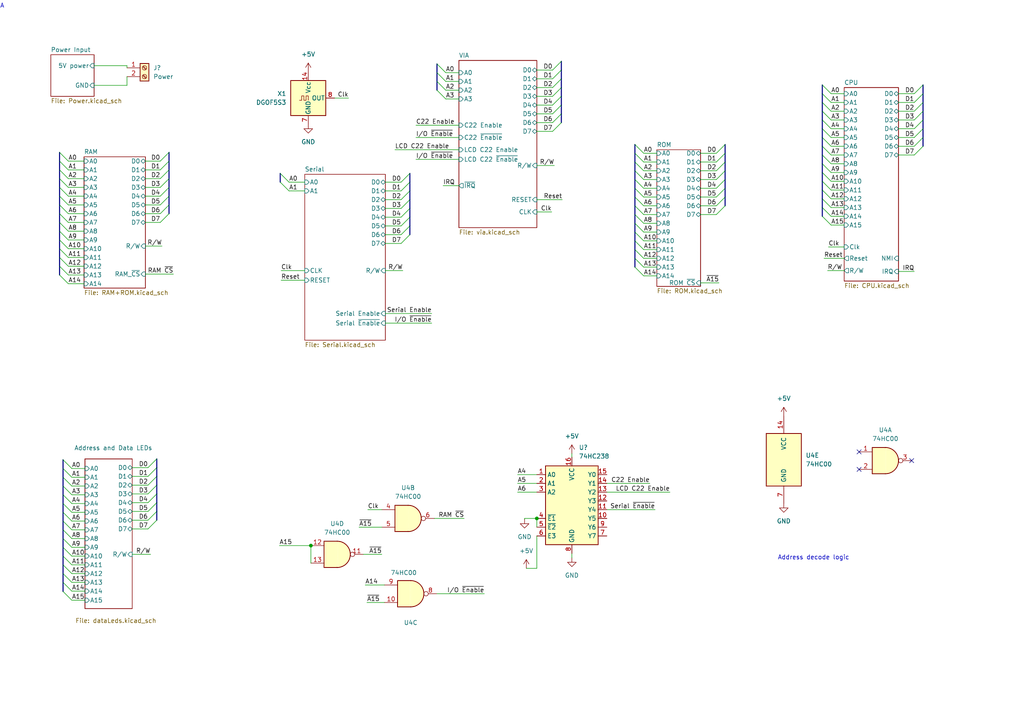
<source format=kicad_sch>
(kicad_sch (version 20211123) (generator eeschema)
  (paper "A4")
  (title_block (title "6502 Computer") (date "2023-06-29") (rev "2"))
  (lib_symbols
    (symbol "74xx:74HC00" (pin_names (offset 1.016))
      (property "Reference" "U" (at 0 1.27 0))
      (property "Value" "74HC00" (at 0 -1.27 0))
      (symbol "74HC00_1_1"
        (arc (start 0 -3.81) (mid 3.81 0) (end 0 3.81) (stroke (width 0.254)) (fill (type background)))
        (polyline (pts (xy 0 3.81) (xy -3.81 3.81) (xy -3.81 -3.81) (xy 0 -3.81)) (stroke (width 0.254)) (fill (type background)))
        (pin input line (at -7.62 2.54 0) (length 3.81) (name "~") (number "1"))
        (pin input line (at -7.62 -2.54 0) (length 3.81) (name "~") (number "2"))
        (pin output inverted (at 7.62 0 180) (length 3.81) (name "~") (number "3"))
      )
      (symbol "74HC00_1_2"
        (arc (start -3.81 -3.81) (mid -2.589 0) (end -3.81 3.81) (stroke (width 0.254)))
        (arc (start -0.6096 -3.81) (mid 2.1842 -2.5851) (end 3.81 0) (stroke (width 0.254)) (fill (type background)))
        (polyline (pts (xy -3.81 -3.81) (xy -0.635 -3.81)) (stroke (width 0.254)) (fill (type background)))
        (polyline (pts (xy -3.81 3.81) (xy -0.635 3.81)) (stroke (width 0.254)) (fill (type background)))
        (polyline (pts (xy -0.635 3.81) (xy -3.81 3.81) (xy -3.81 3.81) (xy -3.556 3.4036) (xy -3.0226 2.2606) (xy -2.6924 1.0414) (xy -2.6162 -0.254) (xy -2.7686 -1.4986) (xy -3.175 -2.7178) (xy -3.81 -3.81) (xy -3.81 -3.81) (xy -0.635 -3.81)) (stroke (width -25.4)) (fill (type background)))
        (arc (start 3.81 0) (mid 2.1915 2.5936) (end -0.6096 3.81) (stroke (width 0.254)) (fill (type background)))
        (pin input inverted (at -7.62 2.54 0) (length 4.318) (name "~") (number "1"))
        (pin input inverted (at -7.62 -2.54 0) (length 4.318) (name "~") (number "2"))
        (pin output line (at 7.62 0 180) (length 3.81) (name "~") (number "3"))
      )
      (symbol "74HC00_2_1"
        (arc (start 0 -3.81) (mid 3.81 0) (end 0 3.81) (stroke (width 0.254)) (fill (type background)))
        (polyline (pts (xy 0 3.81) (xy -3.81 3.81) (xy -3.81 -3.81) (xy 0 -3.81)) (stroke (width 0.254)) (fill (type background)))
        (pin input line (at -7.62 2.54 0) (length 3.81) (name "~") (number "4"))
        (pin input line (at -7.62 -2.54 0) (length 3.81) (name "~") (number "5"))
        (pin output inverted (at 7.62 0 180) (length 3.81) (name "~") (number "6"))
      )
      (symbol "74HC00_2_2"
        (arc (start -3.81 -3.81) (mid -2.589 0) (end -3.81 3.81) (stroke (width 0.254)))
        (arc (start -0.6096 -3.81) (mid 2.1842 -2.5851) (end 3.81 0) (stroke (width 0.254)) (fill (type background)))
        (polyline (pts (xy -3.81 -3.81) (xy -0.635 -3.81)) (stroke (width 0.254)) (fill (type background)))
        (polyline (pts (xy -3.81 3.81) (xy -0.635 3.81)) (stroke (width 0.254)) (fill (type background)))
        (polyline (pts (xy -0.635 3.81) (xy -3.81 3.81) (xy -3.81 3.81) (xy -3.556 3.4036) (xy -3.0226 2.2606) (xy -2.6924 1.0414) (xy -2.6162 -0.254) (xy -2.7686 -1.4986) (xy -3.175 -2.7178) (xy -3.81 -3.81) (xy -3.81 -3.81) (xy -0.635 -3.81)) (stroke (width -25.4)) (fill (type background)))
        (arc (start 3.81 0) (mid 2.1915 2.5936) (end -0.6096 3.81) (stroke (width 0.254)) (fill (type background)))
        (pin input inverted (at -7.62 2.54 0) (length 4.318) (name "~") (number "4"))
        (pin input inverted (at -7.62 -2.54 0) (length 4.318) (name "~") (number "5"))
        (pin output line (at 7.62 0 180) (length 3.81) (name "~") (number "6"))
      )
      (symbol "74HC00_3_1"
        (arc (start 0 -3.81) (mid 3.81 0) (end 0 3.81) (stroke (width 0.254)) (fill (type background)))
        (polyline (pts (xy 0 3.81) (xy -3.81 3.81) (xy -3.81 -3.81) (xy 0 -3.81)) (stroke (width 0.254)) (fill (type background)))
        (pin input line (at -7.62 -2.54 0) (length 3.81) (name "~") (number "10"))
        (pin output inverted (at 7.62 0 180) (length 3.81) (name "~") (number "8"))
        (pin input line (at -7.62 2.54 0) (length 3.81) (name "~") (number "9"))
      )
      (symbol "74HC00_3_2"
        (arc (start -3.81 -3.81) (mid -2.589 0) (end -3.81 3.81) (stroke (width 0.254)))
        (arc (start -0.6096 -3.81) (mid 2.1842 -2.5851) (end 3.81 0) (stroke (width 0.254)) (fill (type background)))
        (polyline (pts (xy -3.81 -3.81) (xy -0.635 -3.81)) (stroke (width 0.254)) (fill (type background)))
        (polyline (pts (xy -3.81 3.81) (xy -0.635 3.81)) (stroke (width 0.254)) (fill (type background)))
        (polyline (pts (xy -0.635 3.81) (xy -3.81 3.81) (xy -3.81 3.81) (xy -3.556 3.4036) (xy -3.0226 2.2606) (xy -2.6924 1.0414) (xy -2.6162 -0.254) (xy -2.7686 -1.4986) (xy -3.175 -2.7178) (xy -3.81 -3.81) (xy -3.81 -3.81) (xy -0.635 -3.81)) (stroke (width -25.4)) (fill (type background)))
        (arc (start 3.81 0) (mid 2.1915 2.5936) (end -0.6096 3.81) (stroke (width 0.254)) (fill (type background)))
        (pin input inverted (at -7.62 -2.54 0) (length 4.318) (name "~") (number "10"))
        (pin output line (at 7.62 0 180) (length 3.81) (name "~") (number "8"))
        (pin input inverted (at -7.62 2.54 0) (length 4.318) (name "~") (number "9"))
      )
      (symbol "74HC00_4_1"
        (arc (start 0 -3.81) (mid 3.81 0) (end 0 3.81) (stroke (width 0.254)) (fill (type background)))
        (polyline (pts (xy 0 3.81) (xy -3.81 3.81) (xy -3.81 -3.81) (xy 0 -3.81)) (stroke (width 0.254)) (fill (type background)))
        (pin output inverted (at 7.62 0 180) (length 3.81) (name "~") (number "11"))
        (pin input line (at -7.62 2.54 0) (length 3.81) (name "~") (number "12"))
        (pin input line (at -7.62 -2.54 0) (length 3.81) (name "~") (number "13"))
      )
      (symbol "74HC00_4_2"
        (arc (start -3.81 -3.81) (mid -2.589 0) (end -3.81 3.81) (stroke (width 0.254)))
        (arc (start -0.6096 -3.81) (mid 2.1842 -2.5851) (end 3.81 0) (stroke (width 0.254)) (fill (type background)))
        (polyline (pts (xy -3.81 -3.81) (xy -0.635 -3.81)) (stroke (width 0.254)) (fill (type background)))
        (polyline (pts (xy -3.81 3.81) (xy -0.635 3.81)) (stroke (width 0.254)) (fill (type background)))
        (polyline (pts (xy -0.635 3.81) (xy -3.81 3.81) (xy -3.81 3.81) (xy -3.556 3.4036) (xy -3.0226 2.2606) (xy -2.6924 1.0414) (xy -2.6162 -0.254) (xy -2.7686 -1.4986) (xy -3.175 -2.7178) (xy -3.81 -3.81) (xy -3.81 -3.81) (xy -0.635 -3.81)) (stroke (width -25.4)) (fill (type background)))
        (arc (start 3.81 0) (mid 2.1915 2.5936) (end -0.6096 3.81) (stroke (width 0.254)) (fill (type background)))
        (pin output line (at 7.62 0 180) (length 3.81) (name "~") (number "11"))
        (pin input inverted (at -7.62 2.54 0) (length 4.318) (name "~") (number "12"))
        (pin input inverted (at -7.62 -2.54 0) (length 4.318) (name "~") (number "13"))
      )
      (symbol "74HC00_5_0"
        (pin power_in line (at 0 12.7 270) (length 5.08) (name "VCC") (number "14"))
        (pin power_in line (at 0 -12.7 90) (length 5.08) (name "GND") (number "7"))
      )
      (symbol "74HC00_5_1"
        (rectangle (start -5.08 7.62) (end 5.08 -7.62) (stroke (width 0.254)) (fill (type background)))
      )
    )
    (symbol "74xx:74HC238"
      (property "Reference" "U" (at -7.62 13.97 0))
      (property "Value" "74HC238" (at 2.54 -11.43 0))
      (symbol "74HC238_0_1"
        (rectangle (start -7.62 12.7) (end 7.62 -10.16) (stroke (width 0.254)) (fill (type background)))
      )
      (symbol "74HC238_1_1"
        (pin input line (at -10.16 10.16 0) (length 2.54) (name "A0") (number "1"))
        (pin output line (at 10.16 -2.54 180) (length 2.54) (name "Y5") (number "10"))
        (pin output line (at 10.16 0 180) (length 2.54) (name "Y4") (number "11"))
        (pin output line (at 10.16 2.54 180) (length 2.54) (name "Y3") (number "12"))
        (pin output line (at 10.16 5.08 180) (length 2.54) (name "Y2") (number "13"))
        (pin output line (at 10.16 7.62 180) (length 2.54) (name "Y1") (number "14"))
        (pin output line (at 10.16 10.16 180) (length 2.54) (name "Y0") (number "15"))
        (pin power_in line (at 0 15.24 270) (length 2.54) (name "VCC") (number "16"))
        (pin input line (at -10.16 7.62 0) (length 2.54) (name "A1") (number "2"))
        (pin input line (at -10.16 5.08 0) (length 2.54) (name "A2") (number "3"))
        (pin input line (at -10.16 -2.54 0) (length 2.54) (name "~{E1}") (number "4"))
        (pin input line (at -10.16 -5.08 0) (length 2.54) (name "~{E2}") (number "5"))
        (pin input line (at -10.16 -7.62 0) (length 2.54) (name "E3") (number "6"))
        (pin output line (at 10.16 -7.62 180) (length 2.54) (name "Y7") (number "7"))
        (pin power_in line (at 0 -12.7 90) (length 2.54) (name "GND") (number "8"))
        (pin output line (at 10.16 -5.08 180) (length 2.54) (name "Y6") (number "9"))
      )
    )
    (symbol "Connector:Screw_Terminal_01x02" (pin_names (offset 1.016) hide)
      (property "Reference" "J" (at 0 2.54 0))
      (property "Value" "Screw_Terminal_01x02" (at 0 -5.08 0))
      (symbol "Screw_Terminal_01x02_1_1"
        (rectangle (start -1.27 1.27) (end 1.27 -3.81) (stroke (width 0.254)) (fill (type background)))
        (circle (center 0 -2.54) (radius 0.635) (stroke (width 0.1524)))
        (polyline (pts (xy -0.5334 -2.2098) (xy 0.3302 -3.048)) (stroke (width 0.1524)))
        (polyline (pts (xy -0.5334 0.3302) (xy 0.3302 -0.508)) (stroke (width 0.1524)))
        (polyline (pts (xy -0.3556 -2.032) (xy 0.508 -2.8702)) (stroke (width 0.1524)))
        (polyline (pts (xy -0.3556 0.508) (xy 0.508 -0.3302)) (stroke (width 0.1524)))
        (circle (center 0 0) (radius 0.635) (stroke (width 0.1524)))
        (pin passive line (at -5.08 0 0) (length 3.81) (name "Pin_1") (number "1"))
        (pin passive line (at -5.08 -2.54 0) (length 3.81) (name "Pin_2") (number "2"))
      )
    )
    (symbol "Oscillator:DGOF5S3" (pin_names (offset 0.254))
      (property "Reference" "X" (at -5.08 6.35 0))
      (property "Value" "DGOF5S3" (at 1.27 -6.35 0))
      (symbol "DGOF5S3_0_1"
        (rectangle (start -5.08 5.08) (end 5.08 -5.08) (stroke (width 0.254)) (fill (type background)))
        (polyline (pts (xy -2.54 -0.635) (xy -1.905 -0.635) (xy -1.905 0.635) (xy -1.27 0.635) (xy -1.27 -0.635) (xy -0.635 -0.635) (xy -0.635 0.635) (xy 0 0.635) (xy 0 -0.635)))
      )
      (symbol "DGOF5S3_1_1"
        (pin no_connect line (at -7.62 0 0) (length 2.54) hide (name "NC") (number "1"))
        (pin power_in line (at 0 7.62 270) (length 2.54) (name "Vcc") (number "14"))
        (pin power_in line (at 0 -7.62 90) (length 2.54) (name "GND") (number "7"))
        (pin output line (at 7.62 0 180) (length 2.54) (name "OUT") (number "8"))
      )
    )
    (symbol "power:+5V" (power) (pin_names (offset 0))
      (property "Value" "+5V" (at 0 3.556 0))
      (symbol "+5V_0_1"
        (polyline (pts (xy -0.762 1.27) (xy 0 2.54)))
        (polyline (pts (xy 0 0) (xy 0 2.54)))
        (polyline (pts (xy 0 2.54) (xy 0.762 1.27)))
      )
      (symbol "+5V_1_1"
        (pin power_in line (at 0 0 90) (length 0) hide (name "+5V") (number "1"))
      )
    )
    (symbol "power:GND" (power) (pin_names (offset 0))
      (property "Value" "GND" (at 0 -3.81 0))
      (symbol "GND_0_1"
        (polyline (pts (xy 0 0) (xy 0 -1.27) (xy 1.27 -1.27) (xy 0 -2.54) (xy -1.27 -1.27) (xy 0 -1.27)))
      )
      (symbol "GND_1_1"
        (pin power_in line (at 0 0 270) (length 0) hide (name "GND") (number "1"))
      )
    )
  )
  (junction (at 90.17 158.242))
  (junction (at 155.702 150.368))
  (no_connect (at 249.174 136.144))
  (no_connect (at 249.174 131.064))
  (no_connect (at 264.414 133.604))
  (bus_entry (at 238.506 47.498) (size 2.54 2.54))
  (bus_entry (at 160.274 25.4) (size 2.54 -2.54))
  (bus_entry (at 17.272 67.056) (size 2.54 2.54))
  (bus_entry (at 238.506 50.038) (size 2.54 2.54))
  (bus_entry (at 42.926 153.416) (size 2.54 -2.54))
  (bus_entry (at 126.746 18.542) (size 2.54 2.54))
  (bus_entry (at 17.272 79.756) (size 2.54 2.54))
  (bus_entry (at 17.272 49.276) (size 2.54 2.54))
  (bus_entry (at 18.288 168.91) (size 2.54 2.54))
  (bus_entry (at 18.288 133.35) (size 2.54 2.54))
  (bus_entry (at 207.772 54.61) (size 2.54 -2.54))
  (bus_entry (at 81.28 50.292) (size 2.54 2.54))
  (bus_entry (at 184.15 46.99) (size 2.54 2.54))
  (bus_entry (at 238.506 52.578) (size 2.54 2.54))
  (bus_entry (at 17.272 51.816) (size 2.54 2.54))
  (bus_entry (at 17.272 54.356) (size 2.54 2.54))
  (bus_entry (at 238.506 34.798) (size 2.54 2.54))
  (bus_entry (at 46.482 64.516) (size 2.54 -2.54))
  (bus_entry (at 238.506 60.198) (size 2.54 2.54))
  (bus_entry (at 46.482 49.276) (size 2.54 -2.54))
  (bus_entry (at 116.332 65.532) (size 2.54 -2.54))
  (bus_entry (at 238.506 29.718) (size 2.54 2.54))
  (bus_entry (at 42.926 140.716) (size 2.54 -2.54))
  (bus_entry (at 184.15 62.23) (size 2.54 2.54))
  (bus_entry (at 17.272 44.196) (size 2.54 2.54))
  (bus_entry (at 184.15 72.39) (size 2.54 2.54))
  (bus_entry (at 46.482 59.436) (size 2.54 -2.54))
  (bus_entry (at 184.15 74.93) (size 2.54 2.54))
  (bus_entry (at 160.274 38.1) (size 2.54 -2.54))
  (bus_entry (at 126.746 26.162) (size 2.54 2.54))
  (bus_entry (at 46.482 51.816) (size 2.54 -2.54))
  (bus_entry (at 18.288 138.43) (size 2.54 2.54))
  (bus_entry (at 42.926 143.256) (size 2.54 -2.54))
  (bus_entry (at 184.15 44.45) (size 2.54 2.54))
  (bus_entry (at 17.272 61.976) (size 2.54 2.54))
  (bus_entry (at 238.506 27.178) (size 2.54 2.54))
  (bus_entry (at 18.288 135.89) (size 2.54 2.54))
  (bus_entry (at 17.272 77.216) (size 2.54 2.54))
  (bus_entry (at 42.926 148.336) (size 2.54 -2.54))
  (bus_entry (at 18.288 153.67) (size 2.54 2.54))
  (bus_entry (at 207.772 57.15) (size 2.54 -2.54))
  (bus_entry (at 42.926 138.176) (size 2.54 -2.54))
  (bus_entry (at 160.274 20.32) (size 2.54 -2.54))
  (bus_entry (at 81.28 52.832) (size 2.54 2.54))
  (bus_entry (at 207.772 44.45) (size 2.54 -2.54))
  (bus_entry (at 116.332 52.832) (size 2.54 -2.54))
  (bus_entry (at 17.272 59.436) (size 2.54 2.54))
  (bus_entry (at 238.506 42.418) (size 2.54 2.54))
  (bus_entry (at 207.772 49.53) (size 2.54 -2.54))
  (bus_entry (at 17.272 72.136) (size 2.54 2.54))
  (bus_entry (at 238.506 24.638) (size 2.54 2.54))
  (bus_entry (at 17.272 69.596) (size 2.54 2.54))
  (bus_entry (at 42.926 150.876) (size 2.54 -2.54))
  (bus_entry (at 18.288 146.05) (size 2.54 2.54))
  (bus_entry (at 18.288 151.13) (size 2.54 2.54))
  (bus_entry (at 46.482 56.896) (size 2.54 -2.54))
  (bus_entry (at 238.506 32.258) (size 2.54 2.54))
  (bus_entry (at 265.176 42.418) (size 2.54 -2.54))
  (bus_entry (at 116.332 57.912) (size 2.54 -2.54))
  (bus_entry (at 18.288 143.51) (size 2.54 2.54))
  (bus_entry (at 265.176 44.958) (size 2.54 -2.54))
  (bus_entry (at 238.506 39.878) (size 2.54 2.54))
  (bus_entry (at 238.506 57.658) (size 2.54 2.54))
  (bus_entry (at 265.176 39.878) (size 2.54 -2.54))
  (bus_entry (at 238.506 37.338) (size 2.54 2.54))
  (bus_entry (at 116.332 70.612) (size 2.54 -2.54))
  (bus_entry (at 160.274 30.48) (size 2.54 -2.54))
  (bus_entry (at 207.772 62.23) (size 2.54 -2.54))
  (bus_entry (at 160.274 22.86) (size 2.54 -2.54))
  (bus_entry (at 18.288 148.59) (size 2.54 2.54))
  (bus_entry (at 184.15 64.77) (size 2.54 2.54))
  (bus_entry (at 17.272 46.736) (size 2.54 2.54))
  (bus_entry (at 160.274 27.94) (size 2.54 -2.54))
  (bus_entry (at 18.288 140.97) (size 2.54 2.54))
  (bus_entry (at 184.15 54.61) (size 2.54 2.54))
  (bus_entry (at 265.176 37.338) (size 2.54 -2.54))
  (bus_entry (at 238.506 62.738) (size 2.54 2.54))
  (bus_entry (at 207.772 52.07) (size 2.54 -2.54))
  (bus_entry (at 126.746 23.622) (size 2.54 2.54))
  (bus_entry (at 265.176 27.178) (size 2.54 -2.54))
  (bus_entry (at 42.926 145.796) (size 2.54 -2.54))
  (bus_entry (at 184.15 52.07) (size 2.54 2.54))
  (bus_entry (at 265.176 29.718) (size 2.54 -2.54))
  (bus_entry (at 42.926 135.636) (size 2.54 -2.54))
  (bus_entry (at 207.772 59.69) (size 2.54 -2.54))
  (bus_entry (at 238.506 55.118) (size 2.54 2.54))
  (bus_entry (at 184.15 59.69) (size 2.54 2.54))
  (bus_entry (at 17.272 64.516) (size 2.54 2.54))
  (bus_entry (at 160.274 33.02) (size 2.54 -2.54))
  (bus_entry (at 46.482 61.976) (size 2.54 -2.54))
  (bus_entry (at 238.506 44.958) (size 2.54 2.54))
  (bus_entry (at 46.482 54.356) (size 2.54 -2.54))
  (bus_entry (at 265.176 32.258) (size 2.54 -2.54))
  (bus_entry (at 116.332 68.072) (size 2.54 -2.54))
  (bus_entry (at 184.15 69.85) (size 2.54 2.54))
  (bus_entry (at 17.272 56.896) (size 2.54 2.54))
  (bus_entry (at 18.288 161.29) (size 2.54 2.54))
  (bus_entry (at 126.746 21.082) (size 2.54 2.54))
  (bus_entry (at 184.15 57.15) (size 2.54 2.54))
  (bus_entry (at 265.176 34.798) (size 2.54 -2.54))
  (bus_entry (at 116.332 62.992) (size 2.54 -2.54))
  (bus_entry (at 184.15 67.31) (size 2.54 2.54))
  (bus_entry (at 160.274 35.56) (size 2.54 -2.54))
  (bus_entry (at 18.288 171.5516) (size 2.54 2.54))
  (bus_entry (at 184.15 41.91) (size 2.54 2.54))
  (bus_entry (at 116.332 55.372) (size 2.54 -2.54))
  (bus_entry (at 46.482 46.736) (size 2.54 -2.54))
  (bus_entry (at 184.15 77.47) (size 2.54 2.54))
  (bus_entry (at 18.288 163.83) (size 2.54 2.54))
  (bus_entry (at 18.288 166.37) (size 2.54 2.54))
  (bus_entry (at 18.288 158.75) (size 2.54 2.54))
  (bus_entry (at 184.15 49.53) (size 2.54 2.54))
  (bus_entry (at 18.288 156.21) (size 2.54 2.54))
  (bus_entry (at 116.332 60.452) (size 2.54 -2.54))
  (bus_entry (at 17.272 74.676) (size 2.54 2.54))
  (bus_entry (at 207.772 46.99) (size 2.54 -2.54))
  (bus (pts (xy 17.272 56.896) (xy 17.272 59.436)))
  (wire (pts (xy 38.354 160.782) (xy 43.688 160.782)))
  (wire (pts (xy 120.65 46.228) (xy 133.096 46.228)))
  (wire (pts (xy 260.604 32.258) (xy 265.176 32.258)))
  (wire (pts (xy 97.028 28.448) (xy 101.092 28.448)))
  (wire (pts (xy 19.812 61.976) (xy 24.384 61.976)))
  (wire (pts (xy 155.702 150.368) (xy 152.146 150.368)))
  (bus (pts (xy 184.15 52.07) (xy 184.15 54.61)))
  (wire (pts (xy 260.604 39.878) (xy 265.176 39.878)))
  (bus (pts (xy 49.022 54.356) (xy 49.022 56.896)))
  (wire (pts (xy 111.76 52.832) (xy 116.332 52.832)))
  (wire (pts (xy 42.164 79.502) (xy 50.292 79.502)))
  (wire (pts (xy 186.69 80.01) (xy 190.5 80.01)))
  (bus (pts (xy 18.288 135.89) (xy 18.288 138.43)))
  (bus (pts (xy 238.506 50.038) (xy 238.506 52.578)))
  (wire (pts (xy 241.046 52.578) (xy 244.856 52.578)))
  (bus (pts (xy 210.312 49.53) (xy 210.312 52.07)))
  (wire (pts (xy 203.2 59.69) (xy 207.772 59.69)))
  (wire (pts (xy 120.65 39.878) (xy 133.096 39.878)))
  (bus (pts (xy 210.312 41.91) (xy 210.312 44.45)))
  (bus (pts (xy 49.022 46.736) (xy 49.022 49.276)))
  (wire (pts (xy 241.046 42.418) (xy 244.856 42.418)))
  (wire (pts (xy 241.046 44.958) (xy 244.856 44.958)))
  (bus (pts (xy 17.272 49.276) (xy 17.272 51.816)))
  (wire (pts (xy 19.812 56.896) (xy 24.384 56.896)))
  (wire (pts (xy 19.812 49.276) (xy 24.384 49.276)))
  (wire (pts (xy 42.164 71.374) (xy 46.99 71.374)))
  (bus (pts (xy 18.288 138.43) (xy 18.288 140.97)))
  (wire (pts (xy 20.828 166.37) (xy 24.638 166.37)))
  (bus (pts (xy 267.716 39.878) (xy 267.716 42.418)))
  (wire (pts (xy 19.812 79.756) (xy 24.384 79.756)))
  (bus (pts (xy 18.288 156.21) (xy 18.288 158.75)))
  (bus (pts (xy 118.872 52.832) (xy 118.872 55.372)))
  (wire (pts (xy 241.046 50.038) (xy 244.856 50.038)))
  (wire (pts (xy 186.69 54.61) (xy 190.5 54.61)))
  (wire (pts (xy 38.354 145.796) (xy 42.926 145.796)))
  (wire (pts (xy 186.69 69.85) (xy 190.5 69.85)))
  (wire (pts (xy 260.604 78.74) (xy 265.176 78.74)))
  (bus (pts (xy 17.272 46.736) (xy 17.272 49.276)))
  (bus (pts (xy 162.814 22.86) (xy 162.814 25.4)))
  (bus (pts (xy 49.022 51.816) (xy 49.022 54.356)))
  (wire (pts (xy 42.164 54.356) (xy 46.482 54.356)))
  (wire (pts (xy 129.286 21.082) (xy 133.096 21.082)))
  (wire (pts (xy 20.828 158.75) (xy 24.638 158.75)))
  (bus (pts (xy 267.716 27.178) (xy 267.716 29.718)))
  (wire (pts (xy 260.604 37.338) (xy 265.176 37.338)))
  (wire (pts (xy 176.022 140.208) (xy 188.468 140.208)))
  (wire (pts (xy 165.862 160.528) (xy 165.862 161.798)))
  (wire (pts (xy 20.828 163.83) (xy 24.638 163.83)))
  (bus (pts (xy 162.814 30.48) (xy 162.814 33.02)))
  (bus (pts (xy 238.506 24.638) (xy 238.506 27.178)))
  (bus (pts (xy 184.15 59.69) (xy 184.15 62.23)))
  (wire (pts (xy 19.812 46.736) (xy 24.384 46.736)))
  (wire (pts (xy 176.022 142.748) (xy 194.31 142.748)))
  (bus (pts (xy 18.288 146.05) (xy 18.288 148.59)))
  (wire (pts (xy 111.76 93.726) (xy 125.222 93.726)))
  (bus (pts (xy 267.716 37.338) (xy 267.716 39.878)))
  (bus (pts (xy 238.506 55.118) (xy 238.506 57.658)))
  (wire (pts (xy 20.828 151.13) (xy 24.638 151.13)))
  (bus (pts (xy 45.466 143.256) (xy 45.466 145.796)))
  (bus (pts (xy 17.272 44.196) (xy 17.272 46.736)))
  (bus (pts (xy 162.814 27.94) (xy 162.814 30.48)))
  (wire (pts (xy 111.76 78.486) (xy 116.84 78.486)))
  (wire (pts (xy 241.046 65.278) (xy 244.856 65.278)))
  (wire (pts (xy 27.305 19.05) (xy 36.83 19.05)))
  (wire (pts (xy 129.286 28.702) (xy 133.096 28.702)))
  (wire (pts (xy 38.354 153.416) (xy 42.926 153.416)))
  (bus (pts (xy 45.466 138.176) (xy 45.466 140.716)))
  (bus (pts (xy 18.288 148.59) (xy 18.288 151.13)))
  (bus (pts (xy 118.872 65.532) (xy 118.872 68.072)))
  (wire (pts (xy 19.812 67.056) (xy 24.384 67.056)))
  (wire (pts (xy 111.76 65.532) (xy 116.332 65.532)))
  (wire (pts (xy 155.702 20.32) (xy 160.274 20.32)))
  (wire (pts (xy 19.812 54.356) (xy 24.384 54.356)))
  (bus (pts (xy 162.814 17.78) (xy 162.814 20.32)))
  (bus (pts (xy 238.506 32.258) (xy 238.506 34.798)))
  (wire (pts (xy 126.746 172.212) (xy 140.462 172.212)))
  (bus (pts (xy 162.814 33.02) (xy 162.814 35.56)))
  (bus (pts (xy 238.506 60.198) (xy 238.506 62.738)))
  (wire (pts (xy 83.82 52.832) (xy 88.392 52.832)))
  (wire (pts (xy 19.812 72.136) (xy 24.384 72.136)))
  (bus (pts (xy 210.312 54.61) (xy 210.312 57.15)))
  (bus (pts (xy 210.312 46.99) (xy 210.312 49.53)))
  (wire (pts (xy 186.69 59.69) (xy 190.5 59.69)))
  (wire (pts (xy 42.164 51.816) (xy 46.482 51.816)))
  (bus (pts (xy 126.746 23.622) (xy 126.746 26.162)))
  (wire (pts (xy 241.046 47.498) (xy 244.856 47.498)))
  (wire (pts (xy 260.604 27.178) (xy 265.176 27.178)))
  (bus (pts (xy 118.872 62.992) (xy 118.872 65.532)))
  (bus (pts (xy 18.288 140.97) (xy 18.288 143.51)))
  (bus (pts (xy 45.466 135.636) (xy 45.466 138.176)))
  (wire (pts (xy 203.2 82.042) (xy 208.534 82.042)))
  (bus (pts (xy 267.716 24.638) (xy 267.716 27.178)))
  (wire (pts (xy 105.918 169.672) (xy 111.506 169.672)))
  (wire (pts (xy 241.046 32.258) (xy 244.856 32.258)))
  (wire (pts (xy 20.828 143.51) (xy 24.638 143.51)))
  (wire (pts (xy 129.286 23.622) (xy 133.096 23.622)))
  (wire (pts (xy 36.83 19.05) (xy 36.83 19.685)))
  (wire (pts (xy 241.046 39.878) (xy 244.856 39.878)))
  (wire (pts (xy 38.354 150.876) (xy 42.926 150.876)))
  (bus (pts (xy 184.15 72.39) (xy 184.15 74.93)))
  (wire (pts (xy 155.702 48.006) (xy 160.782 48.006)))
  (wire (pts (xy 20.828 161.29) (xy 24.638 161.29)))
  (bus (pts (xy 184.15 46.99) (xy 184.15 49.53)))
  (wire (pts (xy 19.812 77.216) (xy 24.384 77.216)))
  (wire (pts (xy 186.69 57.15) (xy 190.5 57.15)))
  (bus (pts (xy 17.272 69.596) (xy 17.272 72.136)))
  (bus (pts (xy 81.28 50.292) (xy 81.28 52.832)))
  (wire (pts (xy 155.702 164.846) (xy 155.702 155.448)))
  (bus (pts (xy 238.506 29.718) (xy 238.506 32.258)))
  (wire (pts (xy 165.862 131.572) (xy 165.862 132.588)))
  (bus (pts (xy 49.022 44.196) (xy 49.022 46.736)))
  (wire (pts (xy 19.812 64.516) (xy 24.384 64.516)))
  (wire (pts (xy 20.828 135.89) (xy 24.638 135.89)))
  (bus (pts (xy 126.746 18.542) (xy 126.746 21.082)))
  (bus (pts (xy 238.506 34.798) (xy 238.506 37.338)))
  (bus (pts (xy 118.872 55.372) (xy 118.872 57.912)))
  (bus (pts (xy 184.15 62.23) (xy 184.15 64.77)))
  (wire (pts (xy 260.604 29.718) (xy 265.176 29.718)))
  (wire (pts (xy 36.83 24.765) (xy 27.305 24.765)))
  (bus (pts (xy 184.15 64.77) (xy 184.15 67.31)))
  (wire (pts (xy 152.146 150.368) (xy 152.146 150.622)))
  (bus (pts (xy 210.312 52.07) (xy 210.312 54.61)))
  (wire (pts (xy 111.76 70.612) (xy 116.332 70.612)))
  (bus (pts (xy 238.506 44.958) (xy 238.506 47.498)))
  (wire (pts (xy 19.812 59.436) (xy 24.384 59.436)))
  (bus (pts (xy 18.288 168.91) (xy 18.288 171.5516)))
  (wire (pts (xy 106.68 147.828) (xy 110.744 147.828)))
  (wire (pts (xy 42.164 49.276) (xy 46.482 49.276)))
  (wire (pts (xy 81.534 78.486) (xy 88.392 78.486)))
  (wire (pts (xy 186.69 77.47) (xy 190.5 77.47)))
  (wire (pts (xy 241.046 60.198) (xy 244.856 60.198)))
  (wire (pts (xy 155.702 33.02) (xy 160.274 33.02)))
  (wire (pts (xy 20.828 168.91) (xy 24.638 168.91)))
  (wire (pts (xy 155.702 35.56) (xy 160.274 35.56)))
  (wire (pts (xy 241.046 62.738) (xy 244.856 62.738)))
  (wire (pts (xy 260.604 42.418) (xy 265.176 42.418)))
  (wire (pts (xy 42.164 61.976) (xy 46.482 61.976)))
  (bus (pts (xy 162.814 25.4) (xy 162.814 27.94)))
  (wire (pts (xy 241.046 55.118) (xy 244.856 55.118)))
  (bus (pts (xy 17.272 67.056) (xy 17.272 69.596)))
  (wire (pts (xy 150.114 137.668) (xy 155.702 137.668)))
  (wire (pts (xy 176.022 147.828) (xy 189.992 147.828)))
  (wire (pts (xy 155.702 27.94) (xy 160.274 27.94)))
  (bus (pts (xy 18.288 151.13) (xy 18.288 153.67)))
  (wire (pts (xy 111.76 68.072) (xy 116.332 68.072)))
  (bus (pts (xy 238.506 27.178) (xy 238.506 29.718)))
  (bus (pts (xy 267.716 34.798) (xy 267.716 37.338)))
  (bus (pts (xy 238.506 57.658) (xy 238.506 60.198)))
  (wire (pts (xy 125.984 150.368) (xy 134.62 150.368)))
  (bus (pts (xy 18.288 158.75) (xy 18.288 161.29)))
  (bus (pts (xy 118.872 60.452) (xy 118.872 62.992)))
  (bus (pts (xy 184.15 54.61) (xy 184.15 57.15)))
  (wire (pts (xy 20.828 148.59) (xy 24.638 148.59)))
  (wire (pts (xy 19.812 51.816) (xy 24.384 51.816)))
  (bus (pts (xy 210.312 44.45) (xy 210.312 46.99)))
  (bus (pts (xy 18.288 166.37) (xy 18.288 168.91)))
  (bus (pts (xy 49.022 56.896) (xy 49.022 59.436)))
  (wire (pts (xy 42.164 64.516) (xy 46.482 64.516)))
  (wire (pts (xy 111.76 57.912) (xy 116.332 57.912)))
  (wire (pts (xy 19.812 69.596) (xy 24.384 69.596)))
  (bus (pts (xy 238.506 52.578) (xy 238.506 55.118)))
  (wire (pts (xy 20.828 174.0916) (xy 24.638 174.0916)))
  (wire (pts (xy 81.534 81.28) (xy 88.392 81.28)))
  (wire (pts (xy 19.812 74.676) (xy 24.384 74.676)))
  (bus (pts (xy 184.15 69.85) (xy 184.15 72.39)))
  (wire (pts (xy 129.286 26.162) (xy 133.096 26.162)))
  (wire (pts (xy 240.03 78.486) (xy 244.856 78.486)))
  (wire (pts (xy 152.654 164.846) (xy 155.702 164.846)))
  (wire (pts (xy 42.164 56.896) (xy 46.482 56.896)))
  (wire (pts (xy 240.284 71.628) (xy 244.856 71.628)))
  (bus (pts (xy 162.814 20.32) (xy 162.814 22.86)))
  (wire (pts (xy 20.828 153.67) (xy 24.638 153.67)))
  (wire (pts (xy 203.2 46.99) (xy 207.772 46.99)))
  (wire (pts (xy 203.2 57.15) (xy 207.772 57.15)))
  (wire (pts (xy 20.828 138.43) (xy 24.638 138.43)))
  (wire (pts (xy 106.426 174.752) (xy 111.506 174.752)))
  (bus (pts (xy 184.15 57.15) (xy 184.15 59.69)))
  (bus (pts (xy 238.506 42.418) (xy 238.506 44.958)))
  (wire (pts (xy 241.046 37.338) (xy 244.856 37.338)))
  (wire (pts (xy 42.164 46.736) (xy 46.482 46.736)))
  (wire (pts (xy 203.2 49.53) (xy 207.772 49.53)))
  (wire (pts (xy 186.69 46.99) (xy 190.5 46.99)))
  (wire (pts (xy 186.69 62.23) (xy 190.5 62.23)))
  (wire (pts (xy 260.604 44.958) (xy 265.176 44.958)))
  (bus (pts (xy 17.272 51.816) (xy 17.272 54.356)))
  (wire (pts (xy 260.604 34.798) (xy 265.176 34.798)))
  (wire (pts (xy 203.2 52.07) (xy 207.772 52.07)))
  (bus (pts (xy 45.466 140.716) (xy 45.466 143.256)))
  (wire (pts (xy 36.83 22.225) (xy 36.83 24.765)))
  (wire (pts (xy 150.114 140.208) (xy 155.702 140.208)))
  (bus (pts (xy 184.15 49.53) (xy 184.15 52.07)))
  (bus (pts (xy 17.272 64.516) (xy 17.272 67.056)))
  (wire (pts (xy 186.69 49.53) (xy 190.5 49.53)))
  (wire (pts (xy 111.76 55.372) (xy 116.332 55.372)))
  (wire (pts (xy 111.76 90.932) (xy 125.222 90.932)))
  (bus (pts (xy 45.466 148.336) (xy 45.466 150.876)))
  (bus (pts (xy 267.716 29.718) (xy 267.716 32.258)))
  (bus (pts (xy 18.288 143.51) (xy 18.288 146.05)))
  (bus (pts (xy 267.716 32.258) (xy 267.716 34.798)))
  (bus (pts (xy 118.872 57.912) (xy 118.872 60.452)))
  (bus (pts (xy 45.466 145.796) (xy 45.466 148.336)))
  (wire (pts (xy 104.14 152.908) (xy 110.744 152.908)))
  (wire (pts (xy 155.702 30.48) (xy 160.274 30.48)))
  (wire (pts (xy 155.702 61.468) (xy 160.02 61.468)))
  (wire (pts (xy 239.014 74.93) (xy 244.856 74.93)))
  (bus (pts (xy 17.272 74.676) (xy 17.272 77.216)))
  (wire (pts (xy 155.702 22.86) (xy 160.274 22.86)))
  (bus (pts (xy 184.15 41.91) (xy 184.15 44.45)))
  (bus (pts (xy 17.272 61.976) (xy 17.272 64.516)))
  (wire (pts (xy 203.2 44.45) (xy 207.772 44.45)))
  (bus (pts (xy 184.15 74.93) (xy 184.15 77.47)))
  (wire (pts (xy 19.812 82.296) (xy 24.384 82.296)))
  (wire (pts (xy 38.354 148.336) (xy 42.926 148.336)))
  (wire (pts (xy 20.828 140.97) (xy 24.638 140.97)))
  (bus (pts (xy 18.288 163.83) (xy 18.288 166.37)))
  (bus (pts (xy 18.288 161.29) (xy 18.288 163.83)))
  (wire (pts (xy 105.41 160.782) (xy 110.744 160.782)))
  (bus (pts (xy 17.272 59.436) (xy 17.272 61.976)))
  (wire (pts (xy 155.702 150.368) (xy 155.702 152.908)))
  (wire (pts (xy 42.164 59.436) (xy 46.482 59.436)))
  (bus (pts (xy 118.872 50.292) (xy 118.872 52.832)))
  (wire (pts (xy 133.096 53.848) (xy 128.524 53.848)))
  (bus (pts (xy 18.288 153.67) (xy 18.288 156.21)))
  (wire (pts (xy 20.828 156.21) (xy 24.638 156.21)))
  (wire (pts (xy 186.69 64.77) (xy 190.5 64.77)))
  (bus (pts (xy 126.746 21.082) (xy 126.746 23.622)))
  (wire (pts (xy 241.046 27.178) (xy 244.856 27.178)))
  (wire (pts (xy 186.69 44.45) (xy 190.5 44.45)))
  (wire (pts (xy 38.354 135.636) (xy 42.926 135.636)))
  (wire (pts (xy 114.554 43.434) (xy 133.096 43.434)))
  (bus (pts (xy 18.288 133.35) (xy 18.288 135.89)))
  (bus (pts (xy 238.506 37.338) (xy 238.506 39.878)))
  (wire (pts (xy 120.65 36.322) (xy 133.096 36.322)))
  (bus (pts (xy 17.272 72.136) (xy 17.272 74.676)))
  (wire (pts (xy 81.026 158.242) (xy 90.17 158.242)))
  (wire (pts (xy 20.828 146.05) (xy 24.638 146.05)))
  (wire (pts (xy 155.702 57.912) (xy 163.068 57.912)))
  (wire (pts (xy 203.2 54.61) (xy 207.772 54.61)))
  (bus (pts (xy 17.272 54.356) (xy 17.272 56.896)))
  (bus (pts (xy 184.15 67.31) (xy 184.15 69.85)))
  (wire (pts (xy 38.354 143.256) (xy 42.926 143.256)))
  (wire (pts (xy 203.2 62.23) (xy 207.772 62.23)))
  (wire (pts (xy 241.046 29.718) (xy 244.856 29.718)))
  (wire (pts (xy 186.69 74.93) (xy 190.5 74.93)))
  (wire (pts (xy 111.76 62.992) (xy 116.332 62.992)))
  (bus (pts (xy 17.272 77.216) (xy 17.272 79.756)))
  (bus (pts (xy 49.022 49.276) (xy 49.022 51.816)))
  (wire (pts (xy 38.354 138.176) (xy 42.926 138.176)))
  (wire (pts (xy 38.354 140.716) (xy 42.926 140.716)))
  (wire (pts (xy 155.702 38.1) (xy 160.274 38.1)))
  (bus (pts (xy 45.466 133.096) (xy 45.466 135.636)))
  (bus (pts (xy 184.15 44.45) (xy 184.15 46.99)))
  (wire (pts (xy 90.17 158.242) (xy 90.17 163.322)))
  (wire (pts (xy 83.82 55.372) (xy 88.392 55.372)))
  (bus (pts (xy 238.506 47.498) (xy 238.506 50.038)))
  (wire (pts (xy 20.828 171.45) (xy 24.638 171.45)))
  (wire (pts (xy 150.114 142.748) (xy 155.702 142.748)))
  (wire (pts (xy 111.76 60.452) (xy 116.332 60.452)))
  (wire (pts (xy 241.046 34.798) (xy 244.856 34.798)))
  (bus (pts (xy 49.022 59.436) (xy 49.022 61.976)))
  (bus (pts (xy 210.312 57.15) (xy 210.312 59.69)))
  (wire (pts (xy 186.69 72.39) (xy 190.5 72.39)))
  (wire (pts (xy 241.046 57.658) (xy 244.856 57.658)))
  (bus (pts (xy 238.506 39.878) (xy 238.506 42.418)))
  (wire (pts (xy 186.69 52.07) (xy 190.5 52.07)))
  (wire (pts (xy 155.702 25.4) (xy 160.274 25.4)))
  (wire (pts (xy 186.69 67.31) (xy 190.5 67.31)))
  (text "Address decode logic\n" (at 246.38 162.56 180) (effects (font (size 1.27 1.27)) (justify right bottom)))
  (text "A" (at 0 2.54 0) (effects (font (size 1.27 1.27)) (justify left bottom)))
  (label "RAM ~{CS}" (at 134.62 150.368 180))
  (label "Clk" (at 106.68 147.828 0))
  (label "A10" (at 20.828 161.29 0))
  (label "D4" (at 265.176 37.338 180))
  (label "A11" (at 19.812 74.676 0))
  (label "A5" (at 241.046 39.878 0))
  (label "A5" (at 19.812 59.436 0))
  (label "D7" (at 207.772 62.23 180))
  (label "D2" (at 160.274 25.4 180))
  (label "A6" (at 241.046 42.418 0))
  (label "D4" (at 116.332 62.992 180))
  (label "D5" (at 42.926 148.336 180))
  (label "C22 Enable" (at 120.65 36.322 0))
  (label "D4" (at 207.772 54.61 180))
  (label "D3" (at 116.332 60.452 180))
  (label "A4" (at 186.69 54.61 0))
  (label "D5" (at 116.332 65.532 180))
  (label "D2" (at 46.482 51.816 180))
  (label "D7" (at 265.176 44.958 180))
  (label "A5" (at 150.114 140.208 0))
  (label "D7" (at 116.332 70.612 180))
  (label "D2" (at 116.332 57.912 180))
  (label "D1" (at 46.482 49.276 180))
  (label "A8" (at 19.812 67.056 0))
  (label "A0" (at 129.286 21.082 0))
  (label "R{slash}W" (at 46.99 71.374 180))
  (label "R{slash}W" (at 43.688 160.782 180))
  (label "A6" (at 186.69 59.69 0))
  (label "A11" (at 241.046 55.118 0))
  (label "A3" (at 129.286 28.702 0))
  (label "D1" (at 116.332 55.372 180))
  (label "A3" (at 19.812 54.356 0))
  (label "A1" (at 129.286 23.622 0))
  (label "A7" (at 19.812 64.516 0))
  (label "D6" (at 207.772 59.69 180))
  (label "A7" (at 241.046 44.958 0))
  (label "A13" (at 186.69 77.47 0))
  (label "D5" (at 160.274 33.02 180))
  (label "A11" (at 20.828 163.83 0))
  (label "A14" (at 186.69 80.01 0))
  (label "D6" (at 160.274 35.56 180))
  (label "A5" (at 186.69 57.15 0))
  (label "A4" (at 150.114 137.668 0))
  (label "D0" (at 207.772 44.45 180))
  (label "A3" (at 241.046 34.798 0))
  (label "D3" (at 46.482 54.356 180))
  (label "~{A15}" (at 110.744 160.782 180))
  (label "A13" (at 20.828 168.91 0))
  (label "D5" (at 207.772 57.15 180))
  (label "A1" (at 83.82 55.372 0))
  (label "D1" (at 160.274 22.86 180))
  (label "D2" (at 42.926 140.716 180))
  (label "Serial Enable" (at 125.222 90.932 180))
  (label "R{slash}W" (at 160.782 48.006 180))
  (label "A1" (at 20.828 138.43 0))
  (label "Clk" (at 240.284 71.628 0))
  (label "D1" (at 207.772 46.99 180))
  (label "LCD C22 Enable" (at 194.31 142.748 180))
  (label "A10" (at 241.046 52.578 0))
  (label "D6" (at 42.926 150.876 180))
  (label "Reset" (at 81.534 81.28 0))
  (label "I{slash}O ~{Enable}" (at 120.65 39.878 0))
  (label "A1" (at 186.69 46.99 0))
  (label "D0" (at 265.176 27.178 180))
  (label "RAM ~{CS}" (at 50.292 79.502 180))
  (label "Reset" (at 239.014 74.93 0))
  (label "A12" (at 241.046 57.658 0))
  (label "A2" (at 186.69 49.53 0))
  (label "D0" (at 42.926 135.636 180))
  (label "A9" (at 241.046 50.038 0))
  (label "A15" (at 20.828 174.0916 0))
  (label "IRQ" (at 265.176 78.74 180))
  (label "D2" (at 265.176 32.258 180))
  (label "R{slash}W" (at 240.03 78.486 0))
  (label "A15" (at 241.046 65.278 0))
  (label "A13" (at 19.812 79.756 0))
  (label "~{A15}" (at 208.534 82.042 180))
  (label "A1" (at 241.046 29.718 0))
  (label "A4" (at 241.046 37.338 0))
  (label "C22 Enable" (at 188.468 140.208 180))
  (label "A2" (at 20.828 140.97 0))
  (label "D7" (at 42.926 153.416 180))
  (label "A14" (at 105.918 169.672 0))
  (label "IRQ" (at 128.524 53.848 0))
  (label "D3" (at 160.274 27.94 180))
  (label "I{slash}O ~{Enable}" (at 140.462 172.212 180))
  (label "Clk" (at 101.092 28.448 180))
  (label "A3" (at 20.828 143.51 0))
  (label "A9" (at 19.812 69.596 0))
  (label "D3" (at 207.772 52.07 180))
  (label "A0" (at 83.82 52.832 0))
  (label "D4" (at 160.274 30.48 180))
  (label "D4" (at 42.926 145.796 180))
  (label "A15" (at 81.026 158.242 0))
  (label "A6" (at 150.114 142.748 0))
  (label "D2" (at 207.772 49.53 180))
  (label "D0" (at 46.482 46.736 180))
  (label "D5" (at 46.482 59.436 180))
  (label "A3" (at 186.69 52.07 0))
  (label "Clk" (at 81.534 78.486 0))
  (label "R{slash}W" (at 116.84 78.486 180))
  (label "D4" (at 46.482 56.896 180))
  (label "D3" (at 42.926 143.256 180))
  (label "A9" (at 186.69 67.31 0))
  (label "D1" (at 42.926 138.176 180))
  (label "A12" (at 186.69 74.93 0))
  (label "A13" (at 241.046 60.198 0))
  (label "A4" (at 19.812 56.896 0))
  (label "A2" (at 129.286 26.162 0))
  (label "D6" (at 46.482 61.976 180))
  (label "A9" (at 20.828 158.75 0))
  (label "A2" (at 19.812 51.816 0))
  (label "A0" (at 20.828 135.89 0))
  (label "A8" (at 186.69 64.77 0))
  (label "A8" (at 241.046 47.498 0))
  (label "Serial ~{Enable}" (at 189.992 147.828 180))
  (label "D7" (at 160.274 38.1 180))
  (label "D7" (at 46.482 64.516 180))
  (label "A5" (at 20.828 148.59 0))
  (label "A14" (at 19.812 82.296 0))
  (label "A7" (at 186.69 62.23 0))
  (label "A12" (at 20.828 166.37 0))
  (label "A10" (at 186.69 69.85 0))
  (label "A14" (at 241.046 62.738 0))
  (label "D0" (at 160.274 20.32 180))
  (label "I{slash}O ~{Enable}" (at 120.65 46.228 0))
  (label "A11" (at 186.69 72.39 0))
  (label "D5" (at 265.176 39.878 180))
  (label "~{A15}" (at 106.426 174.752 0))
  (label "I{slash}O ~{Enable}" (at 125.222 93.726 180))
  (label "A6" (at 19.812 61.976 0))
  (label "A0" (at 241.046 27.178 0))
  (label "A4" (at 20.828 146.05 0))
  (label "A8" (at 20.828 156.21 0))
  (label "D3" (at 265.176 34.798 180))
  (label "~{A15}" (at 104.14 152.908 0))
  (label "A7" (at 20.828 153.67 0))
  (label "Reset" (at 163.068 57.912 180))
  (label "A14" (at 20.828 171.45 0))
  (label "A0" (at 186.69 44.45 0))
  (label "A10" (at 19.812 72.136 0))
  (label "A12" (at 19.812 77.216 0))
  (label "LCD C22 Enable" (at 114.554 43.434 0))
  (label "D0" (at 116.332 52.832 180))
  (label "D6" (at 265.176 42.418 180))
  (label "Clk" (at 160.02 61.468 180))
  (label "D1" (at 265.176 29.718 180))
  (label "A1" (at 19.812 49.276 0))
  (label "A6" (at 20.828 151.13 0))
  (label "A0" (at 19.812 46.736 0))
  (label "A2" (at 241.046 32.258 0))
  (label "D6" (at 116.332 68.072 180))
  (symbol (lib_id "74xx:74HC00") (at 256.794 133.604 0) (unit 1)
    (property "Reference" "U4" (at 256.794 124.714 0))
    (property "Value" "74HC00" (at 256.794 127.254 0))
    (property "Footprint" "Package_DIP:DIP-14_W7.62mm" (effects hide))
    (property "Datasheet" "http://www.ti.com/lit/gpn/sn74hc00" (effects hide))
  )
  (symbol (lib_id "74xx:74HC00") (at 119.126 172.212 0) (unit 3)
    (property "Reference" "U4" (at 119.126 180.594 0))
    (property "Value" "74HC00" (at 117.094 166.116 0))
    (property "Footprint" "Package_DIP:DIP-14_W7.62mm" (effects hide))
    (property "Datasheet" "http://www.ti.com/lit/gpn/sn74hc00" (effects hide))
  )
  (symbol (lib_id "power:+5V") (at 165.862 131.572 0) (unit 1)
    (property "Reference" "#PWR?" (effects hide))
    (property "Value" "+5V" (at 165.862 126.492 0))
  )
  (symbol (lib_id "74xx:74HC00") (at 97.79 160.782 0) (unit 4)
    (property "Reference" "U4" (at 97.79 151.892 0))
    (property "Value" "74HC00" (at 97.79 154.432 0))
    (property "Footprint" "Package_DIP:DIP-14_W7.62mm" (effects hide))
    (property "Datasheet" "http://www.ti.com/lit/gpn/sn74hc00" (effects hide))
  )
  (symbol (lib_id "power:GND") (at 152.146 150.622 0) (unit 1)
    (property "Reference" "#PWR?" (effects hide))
    (property "Value" "GND" (at 152.146 155.702 0))
  )
  (symbol (lib_id "Oscillator:DGOF5S3") (at 89.408 28.448 0) (unit 1)
    (property "Reference" "X1" (at 83.058 27.1779 0) (effects (justify right)))
    (property "Value" "DGOF5S3" (at 83.058 29.7179 0) (effects (justify right)))
    (property "Footprint" "Oscillator:Oscillator_DIP-14" (effects hide))
    (property "Datasheet" "http://www.conwin.com/datasheets/cx/cx030.pdf" (effects hide))
  )
  (symbol (lib_id "power:+5V") (at 227.33 120.65 0) (unit 1)
    (property "Reference" "#PWR0113" (effects hide))
    (property "Value" "+5V" (at 227.33 115.57 0))
  )
  (symbol (lib_id "power:GND") (at 227.33 146.05 0) (unit 1)
    (property "Reference" "#PWR0112" (effects hide))
    (property "Value" "GND" (at 227.33 151.13 0))
  )
  (symbol (lib_id "power:GND") (at 165.862 161.798 0) (unit 1)
    (property "Reference" "#PWR?" (effects hide))
    (property "Value" "GND" (at 165.862 166.878 0))
  )
  (symbol (lib_id "power:+5V") (at 89.408 20.828 0) (unit 1)
    (property "Reference" "#PWR0107" (effects hide))
    (property "Value" "+5V" (at 89.408 15.748 0))
  )
  (symbol (lib_id "74xx:74HC00") (at 227.33 133.35 0) (unit 5)
    (property "Reference" "U4" (at 233.68 132.0799 0) (effects (justify left)))
    (property "Value" "74HC00" (at 233.68 134.6199 0) (effects (justify left)))
    (property "Footprint" "Package_DIP:DIP-14_W7.62mm" (effects hide))
    (property "Datasheet" "http://www.ti.com/lit/gpn/sn74hc00" (effects hide))
  )
  (symbol (lib_id "power:GND") (at 89.408 36.068 0) (unit 1)
    (property "Reference" "#PWR0128" (effects hide))
    (property "Value" "GND" (at 89.408 41.148 0))
  )
  (symbol (lib_id "74xx:74HC00") (at 118.364 150.368 0) (unit 2)
    (property "Reference" "U4" (at 118.364 141.478 0))
    (property "Value" "74HC00" (at 118.364 144.018 0))
    (property "Footprint" "Package_DIP:DIP-14_W7.62mm" (effects hide))
    (property "Datasheet" "http://www.ti.com/lit/gpn/sn74hc00" (effects hide))
  )
  (symbol (lib_id "74xx:74HC238") (at 165.862 147.828 0) (unit 1)
    (property "Reference" "U?" (at 167.8814 129.794 0) (effects (justify left)))
    (property "Value" "74HC238" (at 167.8814 132.334 0) (effects (justify left)))
    (property "Datasheet" "https://www.ti.com/lit/ds/symlink/cd74hc238.pdf" (effects hide))
  )
  (symbol (lib_id "Connector:Screw_Terminal_01x02") (at 41.91 19.685 0) (unit 1)
    (property "Reference" "J?" (at 44.45 19.6849 0) (effects (justify left)))
    (property "Value" "Power" (at 44.45 22.2249 0) (effects (justify left)))
  )
  (symbol (lib_id "power:+5V") (at 152.654 164.846 0) (unit 1)
    (property "Reference" "#PWR?" (effects hide))
    (property "Value" "+5V" (at 152.654 159.766 0))
  )
  (sheet (at 14.732 15.875) (size 12.573 12.065) (stroke (width 0.1524))
    (property "Sheet name" "Power Input" (at 14.732 15.1634 0) (effects (justify left bottom)))
    (property "Sheet file" "Power.kicad_sch" (at 14.732 28.5246 0) (effects (justify left top)))
    (pin "5V power" input (at 27.305 19.05 0))
    (pin "GND" input (at 27.305 24.765 0))
  )
  (sheet (at 88.392 50.546) (size 23.368 48.133) (stroke (width 0.1524))
    (property "Sheet name" "Serial" (at 88.392 49.8344 0) (effects (justify left bottom)))
    (property "Sheet file" "Serial.kicad_sch" (at 88.392 99.2636 0) (effects (justify left top)))
    (pin "D0" bidirectional (at 111.76 52.832 0))
    (pin "D1" bidirectional (at 111.76 55.372 0))
    (pin "CLK" input (at 88.392 78.486 180))
    (pin "RESET" input (at 88.392 81.28 180))
    (pin "D5" bidirectional (at 111.76 65.532 0))
    (pin "D4" bidirectional (at 111.76 62.992 0))
    (pin "D2" bidirectional (at 111.76 57.912 0))
    (pin "D3" bidirectional (at 111.76 60.452 0))
    (pin "D6" bidirectional (at 111.76 68.072 0))
    (pin "D7" bidirectional (at 111.76 70.612 0))
    (pin "R{slash}W" input (at 111.76 78.486 0))
    (pin "A1" input (at 88.392 55.372 180))
    (pin "A0" input (at 88.392 52.832 180))
    (pin "Serial Enable" input (at 111.76 90.932 0))
    (pin "Serial ~{Enable}" input (at 111.76 93.726 0))
  )
  (sheet (at 133.096 17.526) (size 22.606 48.514) (stroke (width 0.1524))
    (property "Sheet name" "VIA" (at 133.096 16.8144 0) (effects (justify left bottom)))
    (property "Sheet file" "via.kicad_sch" (at 133.096 66.6246 0) (effects (justify left top)))
    (pin "D0" bidirectional (at 155.702 20.32 0))
    (pin "D1" bidirectional (at 155.702 22.86 0))
    (pin "D2" bidirectional (at 155.702 25.4 0))
    (pin "D3" bidirectional (at 155.702 27.94 0))
    (pin "D4" bidirectional (at 155.702 30.48 0))
    (pin "D5" bidirectional (at 155.702 33.02 0))
    (pin "D6" bidirectional (at 155.702 35.56 0))
    (pin "D7" bidirectional (at 155.702 38.1 0))
    (pin "R{slash}W" input (at 155.702 48.006 0))
    (pin "CLK" input (at 155.702 61.468 0))
    (pin "RESET" input (at 155.702 57.912 0))
    (pin "A1" input (at 133.096 23.622 180))
    (pin "A3" input (at 133.096 28.702 180))
    (pin "A0" input (at 133.096 21.082 180))
    (pin "A2" input (at 133.096 26.162 180))
    (pin "C22 Enable" input (at 133.096 36.322 180))
    (pin "C22 ~{Enable}" input (at 133.096 39.878 180))
    (pin "~{IRQ}" output (at 133.096 53.848 180))
    (pin "LCD C22 Enable" input (at 133.096 43.434 180))
    (pin "LCD C22 ~{Enable}" input (at 133.096 46.228 180))
  )
  (sheet (at 24.384 45.466) (size 17.78 38.1) (stroke (width 0.1524))
    (property "Sheet name" "RAM" (at 24.384 44.7544 0) (effects (justify left bottom)))
    (property "Sheet file" "RAM+ROM.kicad_sch" (at 24.384 84.1506 0) (effects (justify left top)))
    (pin "D6" bidirectional (at 42.164 61.976 0))
    (pin "D5" bidirectional (at 42.164 59.436 0))
    (pin "D1" bidirectional (at 42.164 49.276 0))
    (pin "D4" bidirectional (at 42.164 56.896 0))
    (pin "D2" bidirectional (at 42.164 51.816 0))
    (pin "D0" bidirectional (at 42.164 46.736 0))
    (pin "D3" bidirectional (at 42.164 54.356 0))
    (pin "A10" input (at 24.384 72.136 180))
    (pin "A14" input (at 24.384 82.296 180))
    (pin "A12" input (at 24.384 77.216 180))
    (pin "A9" input (at 24.384 69.596 180))
    (pin "A11" input (at 24.384 74.676 180))
    (pin "A13" input (at 24.384 79.756 180))
    (pin "A4" input (at 24.384 56.896 180))
    (pin "A7" input (at 24.384 64.516 180))
    (pin "A5" input (at 24.384 59.436 180))
    (pin "A6" input (at 24.384 61.976 180))
    (pin "D7" bidirectional (at 42.164 64.516 0))
    (pin "A8" input (at 24.384 67.056 180))
    (pin "R{slash}W" input (at 42.164 71.374 0))
    (pin "A0" input (at 24.384 46.736 180))
    (pin "A3" input (at 24.384 54.356 180))
    (pin "A1" input (at 24.384 49.276 180))
    (pin "A2" input (at 24.384 51.816 180))
    (pin "RAM_~{CS}" input (at 42.164 79.502 0))
  )
  (sheet (at 244.856 25.4) (size 15.748 56.134) (stroke (width 0.1524))
    (property "Sheet name" "CPU" (at 244.856 24.6884 0) (effects (justify left bottom)))
    (property "Sheet file" "CPU.kicad_sch" (at 244.856 82.1186 0) (effects (justify left top)))
    (pin "A14" input (at 244.856 62.738 180))
    (pin "A15" input (at 244.856 65.278 180))
    (pin "A0" input (at 244.856 27.178 180))
    (pin "A1" input (at 244.856 29.718 180))
    (pin "A5" input (at 244.856 39.878 180))
    (pin "A2" input (at 244.856 32.258 180))
    (pin "A3" input (at 244.856 34.798 180))
    (pin "A4" input (at 244.856 37.338 180))
    (pin "A6" input (at 244.856 42.418 180))
    (pin "A7" input (at 244.856 44.958 180))
    (pin "A8" input (at 244.856 47.498 180))
    (pin "A9" input (at 244.856 50.038 180))
    (pin "A12" input (at 244.856 57.658 180))
    (pin "A10" input (at 244.856 52.578 180))
    (pin "A11" input (at 244.856 55.118 180))
    (pin "A13" input (at 244.856 60.198 180))
    (pin "R{slash}W" output (at 244.856 78.486 180))
    (pin "D7" bidirectional (at 260.604 44.958 0))
    (pin "D3" bidirectional (at 260.604 34.798 0))
    (pin "D5" bidirectional (at 260.604 39.878 0))
    (pin "D1" bidirectional (at 260.604 29.718 0))
    (pin "D0" bidirectional (at 260.604 27.178 0))
    (pin "D2" bidirectional (at 260.604 32.258 0))
    (pin "D4" bidirectional (at 260.604 37.338 0))
    (pin "D6" bidirectional (at 260.604 42.418 0))
    (pin "IRQ" input (at 260.604 78.74 0))
    (pin "Clk" input (at 244.856 71.628 180))
    (pin "Reset" output (at 244.856 74.93 180))
    (pin "NMI" input (at 260.604 74.93 0))
  )
  (sheet (at 190.5 43.434) (size 12.7 39.624) (stroke (width 0.1524))
    (property "Sheet name" "ROM" (at 190.5 42.7224 0) (effects (justify left bottom)))
    (property "Sheet file" "ROM.kicad_sch" (at 190.5 83.6426 0) (effects (justify left top)))
    (pin "A8" input (at 190.5 64.77 180))
    (pin "A9" input (at 190.5 67.31 180))
    (pin "A7" input (at 190.5 62.23 180))
    (pin "A11" input (at 190.5 72.39 180))
    (pin "A10" input (at 190.5 69.85 180))
    (pin "ROM ~{CS}" input (at 203.2 82.042 0))
    (pin "D4" bidirectional (at 203.2 54.61 0))
    (pin "D3" bidirectional (at 203.2 52.07 0))
    (pin "D5" bidirectional (at 203.2 57.15 0))
    (pin "D6" bidirectional (at 203.2 59.69 0))
    (pin "D7" bidirectional (at 203.2 62.23 0))
    (pin "D2" bidirectional (at 203.2 49.53 0))
    (pin "D0" bidirectional (at 203.2 44.45 0))
    (pin "D1" bidirectional (at 203.2 46.99 0))
    (pin "A3" input (at 190.5 52.07 180))
    (pin "A2" input (at 190.5 49.53 180))
    (pin "A0" input (at 190.5 44.45 180))
    (pin "A6" input (at 190.5 59.69 180))
    (pin "A1" input (at 190.5 46.99 180))
    (pin "A5" input (at 190.5 57.15 180))
    (pin "A4" input (at 190.5 54.61 180))
    (pin "A12" input (at 190.5 74.93 180))
    (pin "A13" input (at 190.5 77.47 180))
    (pin "A14" input (at 190.5 80.01 180))
  )
  (sheet (at 24.638 133.096) (size 13.716 43.434) (stroke (width 0.1524))
    (property "Sheet name" "Address and Data LEDs" (at 21.5392 130.6576 0) (effects (justify left bottom)))
    (property "Sheet file" "dataLeds.kicad_sch" (at 21.844 179.2732 0) (effects (justify left top)))
    (pin "A13" input (at 24.638 168.91 180))
    (pin "A9" input (at 24.638 158.75 180))
    (pin "A11" input (at 24.638 163.83 180))
    (pin "A12" input (at 24.638 166.37 180))
    (pin "R{slash}W" input (at 38.354 160.782 0))
    (pin "A15" input (at 24.638 174.0916 180))
    (pin "A10" input (at 24.638 161.29 180))
    (pin "A14" input (at 24.638 171.45 180))
    (pin "D6" bidirectional (at 38.354 150.876 0))
    (pin "D7" bidirectional (at 38.354 153.416 0))
    (pin "A7" input (at 24.638 153.67 180))
    (pin "A8" input (at 24.638 156.21 180))
    (pin "A1" input (at 24.638 138.43 180))
    (pin "A2" input (at 24.638 140.97 180))
    (pin "A3" input (at 24.638 143.51 180))
    (pin "A0" input (at 24.638 135.89 180))
    (pin "D1" bidirectional (at 38.354 138.176 0))
    (pin "D0" bidirectional (at 38.354 135.636 0))
    (pin "D4" bidirectional (at 38.354 145.796 0))
    (pin "D5" bidirectional (at 38.354 148.336 0))
    (pin "D2" bidirectional (at 38.354 140.716 0))
    (pin "D3" bidirectional (at 38.354 143.256 0))
    (pin "A6" input (at 24.638 151.13 180))
    (pin "A4" input (at 24.638 146.05 180))
    (pin "A5" input (at 24.638 148.59 180))
  )
)
</source>
